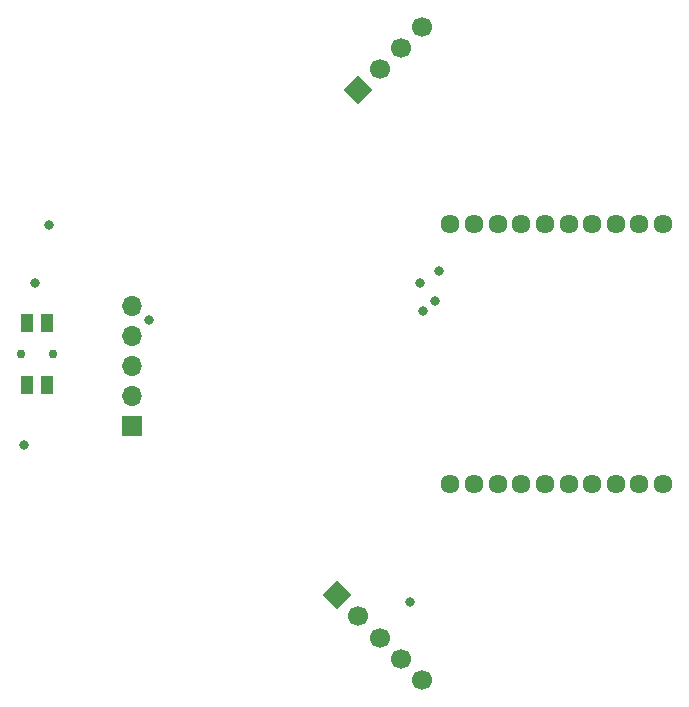
<source format=gbs>
G04 #@! TF.GenerationSoftware,KiCad,Pcbnew,(6.0.1)*
G04 #@! TF.CreationDate,2022-02-26T15:30:00+09:00*
G04 #@! TF.ProjectId,xbee-gyro20220207,78626565-2d67-4797-926f-323032323032,V1.1*
G04 #@! TF.SameCoordinates,Original*
G04 #@! TF.FileFunction,Soldermask,Bot*
G04 #@! TF.FilePolarity,Negative*
%FSLAX46Y46*%
G04 Gerber Fmt 4.6, Leading zero omitted, Abs format (unit mm)*
G04 Created by KiCad (PCBNEW (6.0.1)) date 2022-02-26 15:30:00*
%MOMM*%
%LPD*%
G01*
G04 APERTURE LIST*
G04 Aperture macros list*
%AMHorizOval*
0 Thick line with rounded ends*
0 $1 width*
0 $2 $3 position (X,Y) of the first rounded end (center of the circle)*
0 $4 $5 position (X,Y) of the second rounded end (center of the circle)*
0 Add line between two ends*
20,1,$1,$2,$3,$4,$5,0*
0 Add two circle primitives to create the rounded ends*
1,1,$1,$2,$3*
1,1,$1,$4,$5*%
%AMRotRect*
0 Rectangle, with rotation*
0 The origin of the aperture is its center*
0 $1 length*
0 $2 width*
0 $3 Rotation angle, in degrees counterclockwise*
0 Add horizontal line*
21,1,$1,$2,0,0,$3*%
G04 Aperture macros list end*
%ADD10C,1.612800*%
%ADD11RotRect,1.700000X1.700000X45.000000*%
%ADD12HorizOval,1.700000X0.000000X0.000000X0.000000X0.000000X0*%
%ADD13RotRect,1.700000X1.700000X135.000000*%
%ADD14HorizOval,1.700000X0.000000X0.000000X0.000000X0.000000X0*%
%ADD15C,0.750000*%
%ADD16R,1.000000X1.550000*%
%ADD17R,1.700000X1.700000*%
%ADD18O,1.700000X1.700000*%
%ADD19C,0.800000*%
G04 APERTURE END LIST*
D10*
X100000000Y-104000000D03*
X98000000Y-104000000D03*
X96000000Y-104000000D03*
X94000000Y-104000000D03*
X92000000Y-104000000D03*
X90000000Y-104000000D03*
X88000000Y-104000000D03*
X86000000Y-104000000D03*
X84000000Y-104000000D03*
X82000000Y-104000000D03*
X82000000Y-126000000D03*
X84000000Y-126000000D03*
X86000000Y-126000000D03*
X88000000Y-126000000D03*
X90000000Y-126000000D03*
X92000000Y-126000000D03*
X94000000Y-126000000D03*
X96000000Y-126000000D03*
X98000000Y-126000000D03*
X100000000Y-126000000D03*
D11*
X72407900Y-135407900D03*
D12*
X74203951Y-137203951D03*
X76000002Y-139000002D03*
X77796054Y-140796054D03*
X79592105Y-142592105D03*
D13*
X74200000Y-92669300D03*
D14*
X75996051Y-90873249D03*
X77792102Y-89077198D03*
X79588154Y-87281146D03*
D15*
X48375000Y-115000000D03*
X45625000Y-115000000D03*
D16*
X46150000Y-117625000D03*
X46150000Y-112375000D03*
X47850000Y-112375000D03*
X47850000Y-117625000D03*
D17*
X55025000Y-121050000D03*
D18*
X55025000Y-118510000D03*
X55025000Y-115970000D03*
X55025000Y-113430000D03*
X55025000Y-110890000D03*
D19*
X79451000Y-108982300D03*
X79715800Y-111350000D03*
X80726400Y-110479300D03*
X48000000Y-104044400D03*
X45913400Y-122643200D03*
X78551600Y-136013900D03*
X56478000Y-112071100D03*
X46859800Y-108947300D03*
X81056300Y-107965900D03*
M02*

</source>
